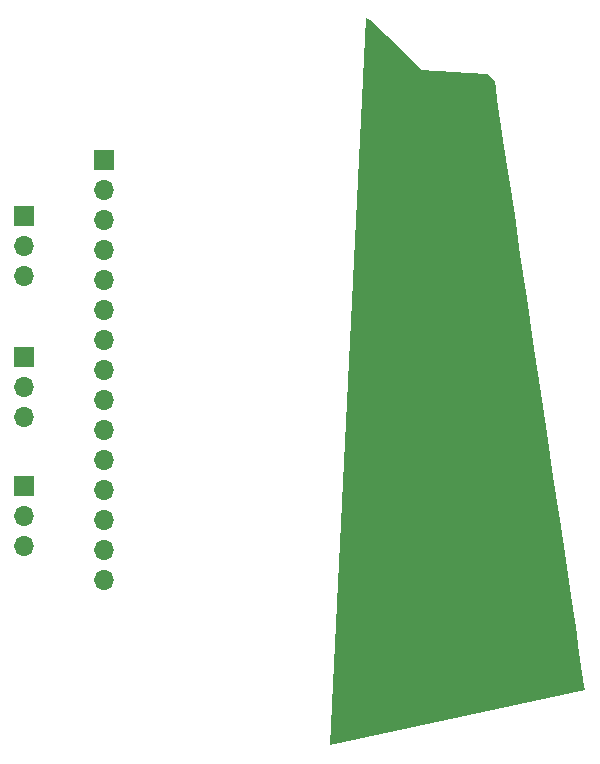
<source format=gts>
G04 #@! TF.GenerationSoftware,KiCad,Pcbnew,(5.0.0-3-g5ebb6b6)*
G04 #@! TF.CreationDate,2018-09-06T10:07:47-04:00*
G04 #@! TF.ProjectId,PCB,5043422E6B696361645F706362000000,rev?*
G04 #@! TF.SameCoordinates,Original*
G04 #@! TF.FileFunction,Soldermask,Top*
G04 #@! TF.FilePolarity,Negative*
%FSLAX46Y46*%
G04 Gerber Fmt 4.6, Leading zero omitted, Abs format (unit mm)*
G04 Created by KiCad (PCBNEW (5.0.0-3-g5ebb6b6)) date Thursday, September 06, 2018 at 10:07:47 AM*
%MOMM*%
%LPD*%
G01*
G04 APERTURE LIST*
%ADD10C,0.100000*%
%ADD11O,1.700000X1.700000*%
%ADD12R,1.700000X1.700000*%
G04 APERTURE END LIST*
D10*
G04 #@! TO.C,svg2mod*
G36*
X96113528Y-96979107D02*
X94535438Y-96877362D01*
X91898366Y-96688406D01*
X90507155Y-96586661D01*
X89531230Y-95612813D01*
X87633369Y-93729487D01*
X86358440Y-92494008D01*
X85797800Y-92213688D01*
X82770360Y-153771681D01*
X104354902Y-149118388D01*
X104300023Y-148747246D01*
X104142925Y-147684838D01*
X103894920Y-146007691D01*
X103567319Y-143792332D01*
X103171431Y-141115288D01*
X102718569Y-138053087D01*
X102220043Y-134682254D01*
X101687164Y-131079318D01*
X101131243Y-127320805D01*
X100563590Y-123483241D01*
X99995517Y-119643155D01*
X99438335Y-115877074D01*
X98903353Y-112261523D01*
X98401884Y-108873030D01*
X97945238Y-105788123D01*
X97544725Y-103083328D01*
X97211658Y-100835171D01*
X96957345Y-99120182D01*
X96793100Y-98014885D01*
X96730231Y-97595808D01*
X96113528Y-96979107D01*
X96113528Y-96979107D01*
G37*
G04 #@! TD*
D11*
G04 #@! TO.C,U1*
X63638000Y-116936000D03*
X63638000Y-119476000D03*
X63638000Y-122016000D03*
X63638000Y-124556000D03*
X63638000Y-139796000D03*
X63638000Y-111856000D03*
X63638000Y-114396000D03*
D12*
X63638000Y-104236000D03*
D11*
X63638000Y-106776000D03*
X63638000Y-109316000D03*
X63638000Y-127096000D03*
X63638000Y-129636000D03*
X63638000Y-132176000D03*
X63638000Y-134716000D03*
X63638000Y-137256000D03*
D12*
X87238000Y-104236000D03*
D11*
X87238000Y-106776000D03*
X87238000Y-109316000D03*
X87238000Y-111856000D03*
X87238000Y-114396000D03*
X87238000Y-116936000D03*
X87238000Y-119476000D03*
X87238000Y-122016000D03*
X87238000Y-124556000D03*
X87238000Y-127096000D03*
X87238000Y-129636000D03*
X87238000Y-132176000D03*
X87238000Y-134716000D03*
X87238000Y-137256000D03*
X87238000Y-139796000D03*
G04 #@! TD*
G04 #@! TO.C,J1*
X56896000Y-114046000D03*
X56896000Y-111506000D03*
D12*
X56896000Y-108966000D03*
G04 #@! TD*
D11*
G04 #@! TO.C,J2*
X56896000Y-125984000D03*
X56896000Y-123444000D03*
D12*
X56896000Y-120904000D03*
G04 #@! TD*
G04 #@! TO.C,J3*
X56896000Y-131826000D03*
D11*
X56896000Y-134366000D03*
X56896000Y-136906000D03*
G04 #@! TD*
D12*
G04 #@! TO.C,J4*
X92964000Y-133096000D03*
D11*
X92964000Y-135636000D03*
X92964000Y-138176000D03*
G04 #@! TD*
M02*

</source>
